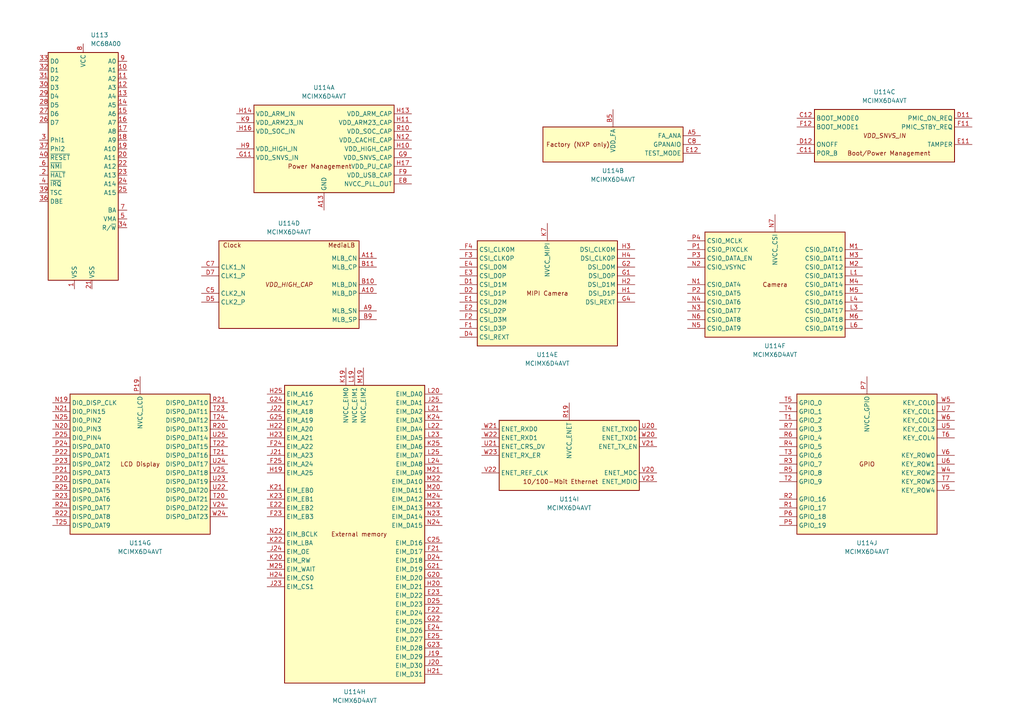
<source format=kicad_sch>
(kicad_sch (version 20250114) (generator "eeschema") (generator_version "9.0")
  (paper "A4")
  (symbol (lib_id "CPU_NXP_6800:MC68A00") (at 24.13 48.26 0) (unit 1)
    (property "Reference" "U113" (at 26.2733 10.16 0) (effects (justify left)))
    (property "Value" "MC68A00" (at 26.2733 12.7 0) (effects (justify left)))
    (property "Footprint" "Package_DIP:DIP-40_W15.24mm" (effects (hide yes)))
    (property "Datasheet" "http://pdf.datasheetcatalog.com/datasheet/motorola/MC68A00L.pdf" (effects (hide yes)))
    (property "Description" "8-Bit Microprocessing unit 1.5MHz, DIP-40" (effects (hide yes)))
  )
  (symbol (lib_id "CPU_NXP_IMX:MCIMX6D4AVT") (at 165.1 132.08 0) (unit 9)
    (property "Reference" "U114" (at 165.1 144.78 0))
    (property "Value" "MCIMX6D4AVT" (at 165.1 147.32 0))
    (property "Footprint" "Package_BGA:BGA-624_21x21mm_Layout25x25_P0.8mm" (effects (hide yes)))
    (property "Datasheet" "https://www.nxp.com/docs/en/data-sheet/IMX6DQAEC.pdf" (effects (hide yes)))
    (property "Description" "i.MX 6Dual Automotive and Infotainment Application Processor, BGA-624" (effects (hide yes)))
  )
  (symbol (lib_id "CPU_NXP_IMX:MCIMX6D4AVT") (at 177.8 41.91 0) (unit 2)
    (property "Reference" "U114" (at 177.8 49.53 0))
    (property "Value" "MCIMX6D4AVT" (at 177.8 52.07 0))
    (property "Footprint" "Package_BGA:BGA-624_21x21mm_Layout25x25_P0.8mm" (effects (hide yes)))
    (property "Datasheet" "https://www.nxp.com/docs/en/data-sheet/IMX6DQAEC.pdf" (effects (hide yes)))
    (property "Description" "i.MX 6Dual Automotive and Infotainment Application Processor, BGA-624" (effects (hide yes)))
  )
  (symbol (lib_id "CPU_NXP_IMX:MCIMX6D4AVT") (at 251.46 134.62 0) (unit 10)
    (property "Reference" "U114" (at 251.46 157.48 0))
    (property "Value" "MCIMX6D4AVT" (at 251.46 160.02 0))
    (property "Footprint" "Package_BGA:BGA-624_21x21mm_Layout25x25_P0.8mm" (effects (hide yes)))
    (property "Datasheet" "https://www.nxp.com/docs/en/data-sheet/IMX6DQAEC.pdf" (effects (hide yes)))
    (property "Description" "i.MX 6Dual Automotive and Infotainment Application Processor, BGA-624" (effects (hide yes)))
  )
  (symbol (lib_id "CPU_NXP_IMX:MCIMX6D4AVT") (at 83.82 82.55 0) (unit 4)
    (property "Reference" "U114" (at 83.82 64.77 0))
    (property "Value" "MCIMX6D4AVT" (at 83.82 67.31 0))
    (property "Footprint" "Package_BGA:BGA-624_21x21mm_Layout25x25_P0.8mm" (effects (hide yes)))
    (property "Datasheet" "https://www.nxp.com/docs/en/data-sheet/IMX6DQAEC.pdf" (effects (hide yes)))
    (property "Description" "i.MX 6Dual Automotive and Infotainment Application Processor, BGA-624" (effects (hide yes)))
  )
  (symbol (lib_id "CPU_NXP_IMX:MCIMX6D4AVT") (at 224.79 82.55 0) (unit 6)
    (property "Reference" "U114" (at 224.79 100.33 0))
    (property "Value" "MCIMX6D4AVT" (at 224.79 102.87 0))
    (property "Footprint" "Package_BGA:BGA-624_21x21mm_Layout25x25_P0.8mm" (effects (hide yes)))
    (property "Datasheet" "https://www.nxp.com/docs/en/data-sheet/IMX6DQAEC.pdf" (effects (hide yes)))
    (property "Description" "i.MX 6Dual Automotive and Infotainment Application Processor, BGA-624" (effects (hide yes)))
  )
  (symbol (lib_id "CPU_NXP_IMX:MCIMX6D4AVT") (at 158.75 85.09 0) (unit 5)
    (property "Reference" "U114" (at 158.75 102.87 0))
    (property "Value" "MCIMX6D4AVT" (at 158.75 105.41 0))
    (property "Footprint" "Package_BGA:BGA-624_21x21mm_Layout25x25_P0.8mm" (effects (hide yes)))
    (property "Datasheet" "https://www.nxp.com/docs/en/data-sheet/IMX6DQAEC.pdf" (effects (hide yes)))
    (property "Description" "i.MX 6Dual Automotive and Infotainment Application Processor, BGA-624" (effects (hide yes)))
  )
  (symbol (lib_id "CPU_NXP_IMX:MCIMX6D4AVT") (at 40.64 134.62 0) (unit 7)
    (property "Reference" "U114" (at 40.64 157.48 0))
    (property "Value" "MCIMX6D4AVT" (at 40.64 160.02 0))
    (property "Footprint" "Package_BGA:BGA-624_21x21mm_Layout25x25_P0.8mm" (effects (hide yes)))
    (property "Datasheet" "https://www.nxp.com/docs/en/data-sheet/IMX6DQAEC.pdf" (effects (hide yes)))
    (property "Description" "i.MX 6Dual Automotive and Infotainment Application Processor, BGA-624" (effects (hide yes)))
  )
  (symbol (lib_id "CPU_NXP_IMX:MCIMX6D4AVT") (at 256.54 39.37 0) (unit 3)
    (property "Reference" "U114" (at 256.54 26.67 0))
    (property "Value" "MCIMX6D4AVT" (at 256.54 29.21 0))
    (property "Footprint" "Package_BGA:BGA-624_21x21mm_Layout25x25_P0.8mm" (effects (hide yes)))
    (property "Datasheet" "https://www.nxp.com/docs/en/data-sheet/IMX6DQAEC.pdf" (effects (hide yes)))
    (property "Description" "i.MX 6Dual Automotive and Infotainment Application Processor, BGA-624" (effects (hide yes)))
  )
  (symbol (lib_id "CPU_NXP_IMX:MCIMX6D4AVT") (at 102.87 154.94 0) (unit 8)
    (property "Reference" "U114" (at 102.87 200.66 0))
    (property "Value" "MCIMX6D4AVT" (at 102.87 203.2 0))
    (property "Footprint" "Package_BGA:BGA-624_21x21mm_Layout25x25_P0.8mm" (effects (hide yes)))
    (property "Datasheet" "https://www.nxp.com/docs/en/data-sheet/IMX6DQAEC.pdf" (effects (hide yes)))
    (property "Description" "i.MX 6Dual Automotive and Infotainment Application Processor, BGA-624" (effects (hide yes)))
  )
  (symbol (lib_id "CPU_NXP_IMX:MCIMX6D4AVT") (at 93.98 43.18 0) (unit 1)
    (property "Reference" "U114" (at 93.98 25.4 0))
    (property "Value" "MCIMX6D4AVT" (at 93.98 27.94 0))
    (property "Footprint" "Package_BGA:BGA-624_21x21mm_Layout25x25_P0.8mm" (effects (hide yes)))
    (property "Datasheet" "https://www.nxp.com/docs/en/data-sheet/IMX6DQAEC.pdf" (effects (hide yes)))
    (property "Description" "i.MX 6Dual Automotive and Infotainment Application Processor, BGA-624" (effects (hide yes)))
  )
)
</source>
